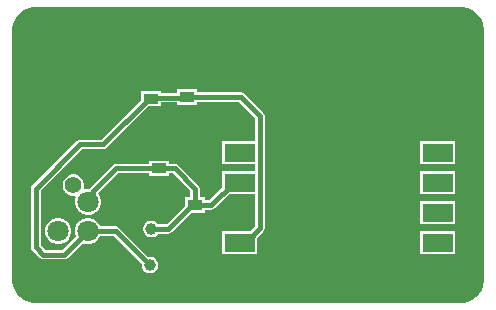
<source format=gtl>
G04*
G04 #@! TF.GenerationSoftware,Altium Limited,Altium Designer,24.1.2 (44)*
G04*
G04 Layer_Physical_Order=1*
G04 Layer_Color=255*
%FSLAX44Y44*%
%MOMM*%
G71*
G04*
G04 #@! TF.SameCoordinates,92EDBDDB-073E-4DD7-8E9B-4F7EAADC4A97*
G04*
G04*
G04 #@! TF.FilePolarity,Positive*
G04*
G01*
G75*
%ADD12R,2.5400X1.5200*%
%ADD13C,1.0000*%
%ADD14R,1.3000X0.9000*%
%ADD23C,0.3810*%
%ADD24C,1.4000*%
%ADD25C,1.8000*%
%ADD26R,1.6000X1.6000*%
%ADD27C,7.0000*%
%ADD28C,0.7000*%
G36*
X380000Y250000D02*
X381970Y250000D01*
X385834Y249231D01*
X389473Y247724D01*
X392749Y245535D01*
X395535Y242749D01*
X397724Y239473D01*
X399231Y235834D01*
X400000Y231970D01*
X400000Y230000D01*
X400000D01*
X400000Y230000D01*
X400000Y20000D01*
Y18030D01*
X399231Y14166D01*
X397724Y10526D01*
X395535Y7251D01*
X392749Y4465D01*
X389473Y2276D01*
X385834Y769D01*
X381970Y0D01*
X18030D01*
X14166Y769D01*
X10526Y2276D01*
X7251Y4465D01*
X4465Y7251D01*
X2276Y10526D01*
X769Y14166D01*
X0Y18030D01*
Y20000D01*
Y230000D01*
Y231970D01*
X769Y235834D01*
X2276Y239473D01*
X4465Y242749D01*
X7251Y245535D01*
X10526Y247724D01*
X14166Y249231D01*
X18030Y250000D01*
X20000D01*
X20000Y250000D01*
X380000Y250000D01*
D02*
G37*
%LPC*%
G36*
X157090Y180560D02*
X140090D01*
Y177407D01*
X126610D01*
Y179290D01*
X109610D01*
Y171921D01*
X75663Y137974D01*
X57793D01*
X56269Y137671D01*
X54977Y136808D01*
X17505Y99335D01*
X16642Y98044D01*
X16338Y96520D01*
Y46990D01*
X16642Y45466D01*
X17505Y44175D01*
X23855Y37825D01*
X25146Y36962D01*
X26670Y36658D01*
X44485D01*
X46009Y36962D01*
X47300Y37825D01*
X59887Y50412D01*
X60124Y50275D01*
X62922Y49525D01*
X65818D01*
X68616Y50275D01*
X71124Y51723D01*
X73172Y53771D01*
X74620Y56279D01*
X74691Y56543D01*
X86416D01*
X109935Y33025D01*
X109840Y32672D01*
Y30828D01*
X110317Y29048D01*
X111239Y27452D01*
X112542Y26149D01*
X114138Y25227D01*
X115918Y24750D01*
X117762D01*
X119542Y25227D01*
X121138Y26149D01*
X122441Y27452D01*
X123363Y29048D01*
X123840Y30828D01*
Y32672D01*
X123363Y34452D01*
X122441Y36048D01*
X121138Y37351D01*
X119542Y38273D01*
X117762Y38750D01*
X115918D01*
X115565Y38655D01*
X90880Y63340D01*
X89589Y64203D01*
X88065Y64507D01*
X74691D01*
X74620Y64771D01*
X73172Y67279D01*
X71124Y69327D01*
X68616Y70775D01*
X65818Y71525D01*
X62922D01*
X60124Y70775D01*
X57616Y69327D01*
X55568Y67279D01*
X54120Y64771D01*
X53370Y61973D01*
Y59077D01*
X54120Y56279D01*
X54257Y56042D01*
X42836Y44622D01*
X28319D01*
X24302Y48639D01*
Y94871D01*
X59442Y130011D01*
X77312D01*
X78836Y130314D01*
X80128Y131177D01*
X115241Y166290D01*
X126610D01*
Y169443D01*
X140090D01*
Y167560D01*
X157090D01*
Y170079D01*
X192591D01*
X206224Y156446D01*
Y136600D01*
X178360D01*
Y117400D01*
X206224D01*
Y111200D01*
X178360D01*
Y97631D01*
X167261Y86531D01*
X163440D01*
Y89050D01*
X158921D01*
Y96520D01*
X158618Y98044D01*
X157755Y99335D01*
X140635Y116455D01*
X139344Y117318D01*
X137820Y117621D01*
X132960D01*
Y120140D01*
X115960D01*
Y117621D01*
X88240D01*
X86716Y117318D01*
X85425Y116455D01*
X66227Y97258D01*
X65738Y96525D01*
X63322D01*
X61797Y96116D01*
X60760Y97153D01*
X61070Y98310D01*
Y100680D01*
X60457Y102969D01*
X59272Y105021D01*
X57596Y106697D01*
X55544Y107882D01*
X53255Y108495D01*
X50885D01*
X48596Y107882D01*
X46544Y106697D01*
X44868Y105021D01*
X43683Y102969D01*
X43070Y100680D01*
Y98310D01*
X43683Y96021D01*
X44868Y93969D01*
X46544Y92293D01*
X48596Y91108D01*
X50885Y90495D01*
X53255D01*
X53685Y90610D01*
X54447Y89500D01*
X53770Y86973D01*
Y84077D01*
X54520Y81279D01*
X55968Y78771D01*
X58016Y76723D01*
X60524Y75275D01*
X63322Y74525D01*
X66218D01*
X69016Y75275D01*
X71524Y76723D01*
X73572Y78771D01*
X75020Y81279D01*
X75770Y84077D01*
Y86973D01*
X75020Y89771D01*
X73572Y92279D01*
X73041Y92810D01*
X89889Y109658D01*
X115960D01*
Y107140D01*
X132960D01*
Y109658D01*
X136171D01*
X150958Y94871D01*
Y89050D01*
X146440D01*
Y81681D01*
X130971Y66212D01*
X123894D01*
X123711Y66528D01*
X122408Y67831D01*
X120812Y68753D01*
X119032Y69230D01*
X117188D01*
X115408Y68753D01*
X113812Y67831D01*
X112509Y66528D01*
X111587Y64932D01*
X111110Y63152D01*
Y61308D01*
X111587Y59528D01*
X112509Y57932D01*
X113812Y56629D01*
X115408Y55707D01*
X117188Y55230D01*
X119032D01*
X120812Y55707D01*
X122408Y56629D01*
X123711Y57932D01*
X123894Y58249D01*
X132620D01*
X134144Y58552D01*
X135435Y59415D01*
X152071Y76050D01*
X163440D01*
Y78569D01*
X168910D01*
X170434Y78872D01*
X171725Y79735D01*
X183991Y92000D01*
X206224D01*
Y64494D01*
X202129Y60400D01*
X178360D01*
Y41200D01*
X207760D01*
Y54769D01*
X213020Y60030D01*
X213883Y61321D01*
X214186Y62845D01*
Y158095D01*
X213883Y159619D01*
X213020Y160910D01*
X197055Y176875D01*
X195764Y177738D01*
X194240Y178041D01*
X157090D01*
Y180560D01*
D02*
G37*
G36*
X375360Y136600D02*
X345960D01*
Y117400D01*
X375360D01*
Y136600D01*
D02*
G37*
G36*
Y111200D02*
X345960D01*
Y92000D01*
X375360D01*
Y111200D01*
D02*
G37*
G36*
Y85800D02*
X345960D01*
Y66600D01*
X375360D01*
Y85800D01*
D02*
G37*
G36*
X40818Y71525D02*
X37922D01*
X35124Y70775D01*
X32616Y69327D01*
X30568Y67279D01*
X29120Y64771D01*
X28370Y61973D01*
Y59077D01*
X29120Y56279D01*
X30568Y53771D01*
X32616Y51723D01*
X35124Y50275D01*
X37922Y49525D01*
X40818D01*
X43616Y50275D01*
X46124Y51723D01*
X48172Y53771D01*
X49620Y56279D01*
X50370Y59077D01*
Y61973D01*
X49620Y64771D01*
X48172Y67279D01*
X46124Y69327D01*
X43616Y70775D01*
X40818Y71525D01*
D02*
G37*
G36*
X375360Y60400D02*
X345960D01*
Y41200D01*
X375360D01*
Y60400D01*
D02*
G37*
%LPD*%
D12*
X360660Y127000D02*
D03*
Y101600D02*
D03*
Y76200D02*
D03*
Y50800D02*
D03*
X193060D02*
D03*
Y76200D02*
D03*
Y101600D02*
D03*
Y127000D02*
D03*
D13*
X118110Y62230D02*
D03*
X116840Y31750D02*
D03*
D14*
X154940Y82550D02*
D03*
Y63550D02*
D03*
X124460Y113640D02*
D03*
Y94640D02*
D03*
X148590Y151060D02*
D03*
Y174060D02*
D03*
X118110Y149790D02*
D03*
Y172790D02*
D03*
D23*
X20320Y96520D02*
X57793Y133993D01*
X20320Y46990D02*
X26670Y40640D01*
X20320Y46990D02*
Y96520D01*
X26670Y40640D02*
X44485D01*
X137820Y113640D02*
X154940Y96520D01*
X124460Y113640D02*
X137820D01*
X154940Y82550D02*
Y96520D01*
X88240Y113640D02*
X124460D01*
X64770Y85525D02*
Y89365D01*
X69043Y93637D02*
Y94443D01*
X88240Y113640D01*
X64770Y89365D02*
X69043Y93637D01*
X44485Y40640D02*
X64370Y60525D01*
X77312Y133993D02*
X116110Y172790D01*
X57793Y133993D02*
X77312D01*
X116110Y172790D02*
X118110D01*
X88065Y60525D02*
X116840Y31750D01*
X64370Y60525D02*
X88065D01*
X118110Y172790D02*
X118745Y173425D01*
X118110Y62230D02*
X132620D01*
X152940Y82550D01*
X154940D01*
X168910D02*
X187960Y101600D01*
X193060D01*
X154940Y82550D02*
X168910D01*
X194240Y174060D02*
X210205Y158095D01*
X147955Y173425D02*
X148590Y174060D01*
X194240D01*
X210205Y62845D02*
Y158095D01*
X198160Y50800D02*
X210205Y62845D01*
X193060Y50800D02*
X198160D01*
X118745Y173425D02*
X147955D01*
D24*
X52070Y99495D02*
D03*
D25*
X64770Y85525D02*
D03*
X64370Y60525D02*
D03*
X39370D02*
D03*
D26*
Y85525D02*
D03*
D27*
X50800Y196850D02*
D03*
D28*
X76200Y35560D02*
D03*
X17780Y118110D02*
D03*
X224790Y43180D02*
D03*
X360000Y180000D02*
D03*
X390000Y120000D02*
D03*
X300000Y180000D02*
D03*
X330000Y120000D02*
D03*
X300000Y60000D02*
D03*
X240000Y180000D02*
D03*
X270000Y120000D02*
D03*
X240000Y60000D02*
D03*
X150000Y120000D02*
D03*
X50800Y224350D02*
D03*
X70800Y216850D02*
D03*
X78300Y196850D02*
D03*
X70800Y176850D02*
D03*
X50800Y169350D02*
D03*
X30800Y176850D02*
D03*
X23300Y196850D02*
D03*
X30800Y216850D02*
D03*
M02*

</source>
